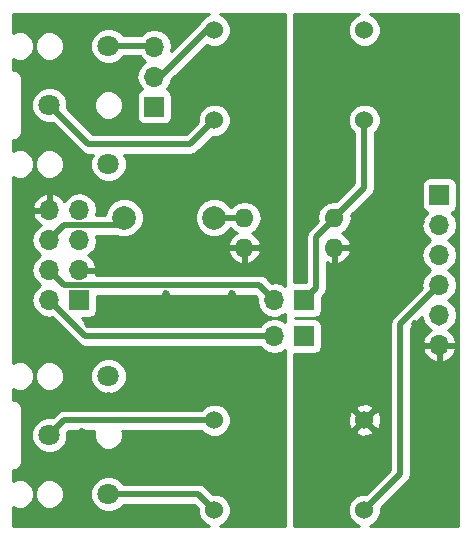
<source format=gtl>
G04 #@! TF.FileFunction,Copper,L1,Top,Signal*
%FSLAX46Y46*%
G04 Gerber Fmt 4.6, Leading zero omitted, Abs format (unit mm)*
G04 Created by KiCad (PCBNEW 4.0.6) date Sunday, July 16, 2017 'PMt' 05:41:14 PM*
%MOMM*%
%LPD*%
G01*
G04 APERTURE LIST*
%ADD10C,0.100000*%
%ADD11C,0.685800*%
%ADD12R,1.700000X1.700000*%
%ADD13O,1.700000X1.700000*%
%ADD14C,1.800000*%
%ADD15O,1.600000X1.600000*%
%ADD16C,1.524000*%
%ADD17C,1.998980*%
%ADD18C,0.508000*%
%ADD19C,0.254000*%
G04 APERTURE END LIST*
D10*
D11*
X132334000Y-121412000D03*
X128524000Y-113284000D03*
X137668000Y-113030000D03*
X131318000Y-136144000D03*
X132334000Y-127508000D03*
X137160000Y-146558000D03*
X128524000Y-145542000D03*
X128524000Y-137922000D03*
X128524000Y-119380000D03*
X129286000Y-110236000D03*
X135636000Y-129286000D03*
X132080000Y-112522000D03*
X130810000Y-115570000D03*
X130810000Y-119380000D03*
X133858000Y-139700000D03*
X136398000Y-139700000D03*
X136398000Y-143764000D03*
X131826000Y-145542000D03*
X133858000Y-143764000D03*
X134620000Y-123952000D03*
X137160000Y-127000000D03*
X130556000Y-148336000D03*
X133858000Y-131318000D03*
X133858000Y-133858000D03*
X136398000Y-131572000D03*
X136398000Y-133858000D03*
X128778000Y-133858000D03*
X125222000Y-131064000D03*
X128524000Y-131064000D03*
X130810000Y-123698000D03*
X130810000Y-105664000D03*
X135890000Y-115570000D03*
X133350000Y-115570000D03*
X135636000Y-108458000D03*
X133350000Y-109728000D03*
X136652000Y-119888000D03*
X134620000Y-121158000D03*
X136906000Y-122936000D03*
X139700000Y-110236000D03*
X139700000Y-116586000D03*
X139700000Y-124460000D03*
X139700000Y-129540000D03*
X139700000Y-135636000D03*
X139700000Y-141986000D03*
X139700000Y-148336000D03*
X133604000Y-148336000D03*
X126492000Y-148336000D03*
X126492000Y-141986000D03*
X126492000Y-134620000D03*
X126492000Y-127508000D03*
X126492000Y-122936000D03*
X126492000Y-116586000D03*
X126492000Y-110236000D03*
X126492000Y-105664000D03*
X133350000Y-105664000D03*
X108204000Y-138684000D03*
X108204000Y-140716000D03*
X108458000Y-145542000D03*
X110490000Y-142494000D03*
X110490000Y-137668000D03*
X106426000Y-143510000D03*
X107442000Y-112776000D03*
X107696000Y-108204000D03*
X114554000Y-119634000D03*
X120650000Y-121158000D03*
X123190000Y-123698000D03*
X112776000Y-112014000D03*
X105156000Y-139192000D03*
X112268000Y-138430000D03*
X116840000Y-138430000D03*
X122682000Y-139446000D03*
X120904000Y-144780000D03*
X115316000Y-129032000D03*
X115316000Y-122682000D03*
X121412000Y-119126000D03*
X121666000Y-110236000D03*
X117094000Y-117602000D03*
X119380000Y-116078000D03*
X139700000Y-105664000D03*
X121666000Y-105664000D03*
X115316000Y-105664000D03*
X108966000Y-105664000D03*
X116078000Y-107696000D03*
X112268000Y-106680000D03*
X112776000Y-109220000D03*
X116078000Y-111252000D03*
X109220000Y-115062000D03*
X116840000Y-115062000D03*
X109728000Y-121920000D03*
X120904000Y-133858000D03*
X114300000Y-131572000D03*
X114300000Y-133858000D03*
X107950000Y-133858000D03*
X105410000Y-131318000D03*
X104140000Y-125730000D03*
X106680000Y-120650000D03*
X108712000Y-117602000D03*
X112268000Y-117602000D03*
X115316000Y-127000000D03*
X109220000Y-125730000D03*
X120650000Y-123952000D03*
X123444000Y-131064000D03*
X120904000Y-131572000D03*
X120904000Y-129032000D03*
X108712000Y-131572000D03*
X109728000Y-129540000D03*
X117856000Y-144780000D03*
X112268000Y-144780000D03*
X117856000Y-141224000D03*
X112268000Y-141224000D03*
X102616000Y-119888000D03*
X102616000Y-144272000D03*
X102616000Y-137668000D03*
X102616000Y-105664000D03*
X102616000Y-109728000D03*
X102616000Y-116586000D03*
X102616000Y-122936000D03*
X102616000Y-129286000D03*
X102616000Y-134112000D03*
X103632000Y-141986000D03*
X124968000Y-105664000D03*
X124968000Y-110236000D03*
X124968000Y-116586000D03*
X124968000Y-122936000D03*
X124968000Y-127508000D03*
X124968000Y-134620000D03*
X124968000Y-141986000D03*
X117856000Y-148336000D03*
X124968000Y-148336000D03*
X120904000Y-148336000D03*
X113792000Y-148336000D03*
X108966000Y-148336000D03*
D12*
X138430000Y-120650000D03*
D13*
X138430000Y-123190000D03*
X138430000Y-125730000D03*
X138430000Y-128270000D03*
X138430000Y-130810000D03*
X138430000Y-133350000D03*
D12*
X114300000Y-113157000D03*
D13*
X114300000Y-110617000D03*
X114300000Y-108077000D03*
D14*
X105410000Y-140970000D03*
X110410000Y-145970000D03*
X110410000Y-135970000D03*
X105410000Y-113030000D03*
X110410000Y-118030000D03*
X110410000Y-108030000D03*
D12*
X107950000Y-129540000D03*
D13*
X105410000Y-129540000D03*
X107950000Y-127000000D03*
X105410000Y-127000000D03*
X107950000Y-124460000D03*
X105410000Y-124460000D03*
X107950000Y-121920000D03*
X105410000Y-121920000D03*
D15*
X121920000Y-122555000D03*
X121920000Y-125095000D03*
X129540000Y-125095000D03*
X129540000Y-122555000D03*
D12*
X127000000Y-129540000D03*
D13*
X124460000Y-129540000D03*
D12*
X127000000Y-132588000D03*
D13*
X124460000Y-132588000D03*
D16*
X119380000Y-139700000D03*
X119380000Y-147320000D03*
X132080000Y-147320000D03*
X132080000Y-139700000D03*
X119380000Y-106680000D03*
X119380000Y-114300000D03*
X132080000Y-114300000D03*
X132080000Y-106680000D03*
D17*
X119380000Y-122555000D03*
X111760000Y-122555000D03*
D11*
X102616000Y-148336000D03*
D18*
X138430000Y-128270000D02*
X135128000Y-131572000D01*
X135128000Y-131572000D02*
X135128000Y-144272000D01*
X135128000Y-144272000D02*
X132080000Y-147320000D01*
X105410000Y-127000000D02*
X106680000Y-128270000D01*
X106680000Y-128270000D02*
X123190000Y-128270000D01*
X123190000Y-128270000D02*
X124460000Y-129540000D01*
X105410000Y-129540000D02*
X108458000Y-132588000D01*
X108458000Y-132588000D02*
X124460000Y-132588000D01*
X110410000Y-108030000D02*
X114253000Y-108030000D01*
X114253000Y-108030000D02*
X114300000Y-108077000D01*
X129540000Y-122682000D02*
X128016000Y-124206000D01*
X128016000Y-124206000D02*
X128016000Y-128524000D01*
X128016000Y-128524000D02*
X127000000Y-129540000D01*
X129540000Y-122555000D02*
X132080000Y-120015000D01*
X132080000Y-120015000D02*
X132080000Y-114300000D01*
X105410000Y-113030000D02*
X108712000Y-116332000D01*
X108712000Y-116332000D02*
X117348000Y-116332000D01*
X117348000Y-116332000D02*
X119380000Y-114300000D01*
X105410000Y-140970000D02*
X106680000Y-139700000D01*
X106680000Y-139700000D02*
X119380000Y-139700000D01*
X119380000Y-147320000D02*
X118030000Y-145970000D01*
X118030000Y-145970000D02*
X110410000Y-145970000D01*
X110410000Y-135970000D02*
X110570000Y-135970000D01*
X114300000Y-110617000D02*
X114808000Y-110617000D01*
X114808000Y-110617000D02*
X118745000Y-106680000D01*
X118745000Y-106680000D02*
X119380000Y-106680000D01*
X105410000Y-124460000D02*
X106666401Y-123203599D01*
X106666401Y-123203599D02*
X111111401Y-123203599D01*
X111111401Y-123203599D02*
X111760000Y-122555000D01*
X119380000Y-122555000D02*
X121920000Y-122555000D01*
X121793000Y-122555000D02*
X121920000Y-122682000D01*
X138430000Y-130810000D02*
X138430000Y-131445000D01*
D19*
G36*
X131289697Y-105494990D02*
X130896371Y-105887630D01*
X130683243Y-106400900D01*
X130682758Y-106956661D01*
X130894990Y-107470303D01*
X131287630Y-107863629D01*
X131800900Y-108076757D01*
X132356661Y-108077242D01*
X132870303Y-107865010D01*
X133263629Y-107472370D01*
X133476757Y-106959100D01*
X133477242Y-106403339D01*
X133265010Y-105889697D01*
X132872370Y-105496371D01*
X132539135Y-105358000D01*
X140006000Y-105358000D01*
X140006000Y-148642000D01*
X132538761Y-148642000D01*
X132870303Y-148505010D01*
X133263629Y-148112370D01*
X133476757Y-147599100D01*
X133477123Y-147180113D01*
X135756618Y-144900618D01*
X135949329Y-144612206D01*
X136017000Y-144272000D01*
X136017000Y-133706890D01*
X136988524Y-133706890D01*
X137158355Y-134116924D01*
X137548642Y-134545183D01*
X138073108Y-134791486D01*
X138303000Y-134670819D01*
X138303000Y-133477000D01*
X138557000Y-133477000D01*
X138557000Y-134670819D01*
X138786892Y-134791486D01*
X139311358Y-134545183D01*
X139701645Y-134116924D01*
X139871476Y-133706890D01*
X139750155Y-133477000D01*
X138557000Y-133477000D01*
X138303000Y-133477000D01*
X137109845Y-133477000D01*
X136988524Y-133706890D01*
X136017000Y-133706890D01*
X136017000Y-131940236D01*
X136954287Y-131002949D01*
X137028946Y-131378285D01*
X137350853Y-131860054D01*
X137691553Y-132087702D01*
X137548642Y-132154817D01*
X137158355Y-132583076D01*
X136988524Y-132993110D01*
X137109845Y-133223000D01*
X138303000Y-133223000D01*
X138303000Y-133203000D01*
X138557000Y-133203000D01*
X138557000Y-133223000D01*
X139750155Y-133223000D01*
X139871476Y-132993110D01*
X139701645Y-132583076D01*
X139311358Y-132154817D01*
X139168447Y-132087702D01*
X139509147Y-131860054D01*
X139831054Y-131378285D01*
X139944093Y-130810000D01*
X139831054Y-130241715D01*
X139509147Y-129759946D01*
X139179974Y-129540000D01*
X139509147Y-129320054D01*
X139831054Y-128838285D01*
X139944093Y-128270000D01*
X139831054Y-127701715D01*
X139509147Y-127219946D01*
X139179974Y-127000000D01*
X139509147Y-126780054D01*
X139831054Y-126298285D01*
X139944093Y-125730000D01*
X139831054Y-125161715D01*
X139509147Y-124679946D01*
X139179974Y-124460000D01*
X139509147Y-124240054D01*
X139831054Y-123758285D01*
X139944093Y-123190000D01*
X139831054Y-122621715D01*
X139509147Y-122139946D01*
X139467548Y-122112150D01*
X139515317Y-122103162D01*
X139731441Y-121964090D01*
X139876431Y-121751890D01*
X139927440Y-121500000D01*
X139927440Y-119800000D01*
X139883162Y-119564683D01*
X139744090Y-119348559D01*
X139531890Y-119203569D01*
X139280000Y-119152560D01*
X137580000Y-119152560D01*
X137344683Y-119196838D01*
X137128559Y-119335910D01*
X136983569Y-119548110D01*
X136932560Y-119800000D01*
X136932560Y-121500000D01*
X136976838Y-121735317D01*
X137115910Y-121951441D01*
X137328110Y-122096431D01*
X137395541Y-122110086D01*
X137350853Y-122139946D01*
X137028946Y-122621715D01*
X136915907Y-123190000D01*
X137028946Y-123758285D01*
X137350853Y-124240054D01*
X137680026Y-124460000D01*
X137350853Y-124679946D01*
X137028946Y-125161715D01*
X136915907Y-125730000D01*
X137028946Y-126298285D01*
X137350853Y-126780054D01*
X137680026Y-127000000D01*
X137350853Y-127219946D01*
X137028946Y-127701715D01*
X136915907Y-128270000D01*
X136958522Y-128484242D01*
X134499382Y-130943382D01*
X134306671Y-131231794D01*
X134239000Y-131572000D01*
X134239000Y-143903764D01*
X132219643Y-145923121D01*
X131803339Y-145922758D01*
X131289697Y-146134990D01*
X130896371Y-146527630D01*
X130683243Y-147040900D01*
X130682758Y-147596661D01*
X130894990Y-148110303D01*
X131287630Y-148503629D01*
X131620865Y-148642000D01*
X126111000Y-148642000D01*
X126111000Y-140680213D01*
X131279392Y-140680213D01*
X131348857Y-140922397D01*
X131872302Y-141109144D01*
X132427368Y-141081362D01*
X132811143Y-140922397D01*
X132880608Y-140680213D01*
X132080000Y-139879605D01*
X131279392Y-140680213D01*
X126111000Y-140680213D01*
X126111000Y-139492302D01*
X130670856Y-139492302D01*
X130698638Y-140047368D01*
X130857603Y-140431143D01*
X131099787Y-140500608D01*
X131900395Y-139700000D01*
X132259605Y-139700000D01*
X133060213Y-140500608D01*
X133302397Y-140431143D01*
X133489144Y-139907698D01*
X133461362Y-139352632D01*
X133302397Y-138968857D01*
X133060213Y-138899392D01*
X132259605Y-139700000D01*
X131900395Y-139700000D01*
X131099787Y-138899392D01*
X130857603Y-138968857D01*
X130670856Y-139492302D01*
X126111000Y-139492302D01*
X126111000Y-138719787D01*
X131279392Y-138719787D01*
X132080000Y-139520395D01*
X132880608Y-138719787D01*
X132811143Y-138477603D01*
X132287698Y-138290856D01*
X131732632Y-138318638D01*
X131348857Y-138477603D01*
X131279392Y-138719787D01*
X126111000Y-138719787D01*
X126111000Y-134077542D01*
X126150000Y-134085440D01*
X127850000Y-134085440D01*
X128085317Y-134041162D01*
X128301441Y-133902090D01*
X128446431Y-133689890D01*
X128497440Y-133438000D01*
X128497440Y-131738000D01*
X128453162Y-131502683D01*
X128314090Y-131286559D01*
X128101890Y-131141569D01*
X127850000Y-131090560D01*
X126199877Y-131090560D01*
X126199923Y-131037440D01*
X127850000Y-131037440D01*
X128085317Y-130993162D01*
X128301441Y-130854090D01*
X128446431Y-130641890D01*
X128497440Y-130390000D01*
X128497440Y-129299796D01*
X128644618Y-129152618D01*
X128784933Y-128942622D01*
X128837329Y-128864206D01*
X128905000Y-128524000D01*
X128905000Y-126351575D01*
X129190959Y-126486914D01*
X129413000Y-126365629D01*
X129413000Y-125222000D01*
X129667000Y-125222000D01*
X129667000Y-126365629D01*
X129889041Y-126486914D01*
X130395134Y-126247389D01*
X130771041Y-125832423D01*
X130931904Y-125444039D01*
X130809915Y-125222000D01*
X129667000Y-125222000D01*
X129413000Y-125222000D01*
X129393000Y-125222000D01*
X129393000Y-124968000D01*
X129413000Y-124968000D01*
X129413000Y-124948000D01*
X129667000Y-124948000D01*
X129667000Y-124968000D01*
X130809915Y-124968000D01*
X130931904Y-124745961D01*
X130771041Y-124357577D01*
X130395134Y-123942611D01*
X130178297Y-123839986D01*
X130582811Y-123569698D01*
X130893880Y-123104151D01*
X131003113Y-122555000D01*
X130968956Y-122383280D01*
X132708618Y-120643618D01*
X132901329Y-120355206D01*
X132969000Y-120015000D01*
X132969000Y-115386485D01*
X133263629Y-115092370D01*
X133476757Y-114579100D01*
X133477242Y-114023339D01*
X133265010Y-113509697D01*
X132872370Y-113116371D01*
X132359100Y-112903243D01*
X131803339Y-112902758D01*
X131289697Y-113114990D01*
X130896371Y-113507630D01*
X130683243Y-114020900D01*
X130682758Y-114576661D01*
X130894990Y-115090303D01*
X131191000Y-115386830D01*
X131191000Y-119646764D01*
X129692935Y-121144829D01*
X129568113Y-121120000D01*
X129511887Y-121120000D01*
X128962736Y-121229233D01*
X128497189Y-121540302D01*
X128186120Y-122005849D01*
X128076887Y-122555000D01*
X128132115Y-122832649D01*
X127387382Y-123577382D01*
X127194671Y-123865794D01*
X127127000Y-124206000D01*
X127127000Y-128042560D01*
X126150000Y-128042560D01*
X126111000Y-128049898D01*
X126111000Y-105358000D01*
X131621239Y-105358000D01*
X131289697Y-105494990D01*
X131289697Y-105494990D01*
G37*
X131289697Y-105494990D02*
X130896371Y-105887630D01*
X130683243Y-106400900D01*
X130682758Y-106956661D01*
X130894990Y-107470303D01*
X131287630Y-107863629D01*
X131800900Y-108076757D01*
X132356661Y-108077242D01*
X132870303Y-107865010D01*
X133263629Y-107472370D01*
X133476757Y-106959100D01*
X133477242Y-106403339D01*
X133265010Y-105889697D01*
X132872370Y-105496371D01*
X132539135Y-105358000D01*
X140006000Y-105358000D01*
X140006000Y-148642000D01*
X132538761Y-148642000D01*
X132870303Y-148505010D01*
X133263629Y-148112370D01*
X133476757Y-147599100D01*
X133477123Y-147180113D01*
X135756618Y-144900618D01*
X135949329Y-144612206D01*
X136017000Y-144272000D01*
X136017000Y-133706890D01*
X136988524Y-133706890D01*
X137158355Y-134116924D01*
X137548642Y-134545183D01*
X138073108Y-134791486D01*
X138303000Y-134670819D01*
X138303000Y-133477000D01*
X138557000Y-133477000D01*
X138557000Y-134670819D01*
X138786892Y-134791486D01*
X139311358Y-134545183D01*
X139701645Y-134116924D01*
X139871476Y-133706890D01*
X139750155Y-133477000D01*
X138557000Y-133477000D01*
X138303000Y-133477000D01*
X137109845Y-133477000D01*
X136988524Y-133706890D01*
X136017000Y-133706890D01*
X136017000Y-131940236D01*
X136954287Y-131002949D01*
X137028946Y-131378285D01*
X137350853Y-131860054D01*
X137691553Y-132087702D01*
X137548642Y-132154817D01*
X137158355Y-132583076D01*
X136988524Y-132993110D01*
X137109845Y-133223000D01*
X138303000Y-133223000D01*
X138303000Y-133203000D01*
X138557000Y-133203000D01*
X138557000Y-133223000D01*
X139750155Y-133223000D01*
X139871476Y-132993110D01*
X139701645Y-132583076D01*
X139311358Y-132154817D01*
X139168447Y-132087702D01*
X139509147Y-131860054D01*
X139831054Y-131378285D01*
X139944093Y-130810000D01*
X139831054Y-130241715D01*
X139509147Y-129759946D01*
X139179974Y-129540000D01*
X139509147Y-129320054D01*
X139831054Y-128838285D01*
X139944093Y-128270000D01*
X139831054Y-127701715D01*
X139509147Y-127219946D01*
X139179974Y-127000000D01*
X139509147Y-126780054D01*
X139831054Y-126298285D01*
X139944093Y-125730000D01*
X139831054Y-125161715D01*
X139509147Y-124679946D01*
X139179974Y-124460000D01*
X139509147Y-124240054D01*
X139831054Y-123758285D01*
X139944093Y-123190000D01*
X139831054Y-122621715D01*
X139509147Y-122139946D01*
X139467548Y-122112150D01*
X139515317Y-122103162D01*
X139731441Y-121964090D01*
X139876431Y-121751890D01*
X139927440Y-121500000D01*
X139927440Y-119800000D01*
X139883162Y-119564683D01*
X139744090Y-119348559D01*
X139531890Y-119203569D01*
X139280000Y-119152560D01*
X137580000Y-119152560D01*
X137344683Y-119196838D01*
X137128559Y-119335910D01*
X136983569Y-119548110D01*
X136932560Y-119800000D01*
X136932560Y-121500000D01*
X136976838Y-121735317D01*
X137115910Y-121951441D01*
X137328110Y-122096431D01*
X137395541Y-122110086D01*
X137350853Y-122139946D01*
X137028946Y-122621715D01*
X136915907Y-123190000D01*
X137028946Y-123758285D01*
X137350853Y-124240054D01*
X137680026Y-124460000D01*
X137350853Y-124679946D01*
X137028946Y-125161715D01*
X136915907Y-125730000D01*
X137028946Y-126298285D01*
X137350853Y-126780054D01*
X137680026Y-127000000D01*
X137350853Y-127219946D01*
X137028946Y-127701715D01*
X136915907Y-128270000D01*
X136958522Y-128484242D01*
X134499382Y-130943382D01*
X134306671Y-131231794D01*
X134239000Y-131572000D01*
X134239000Y-143903764D01*
X132219643Y-145923121D01*
X131803339Y-145922758D01*
X131289697Y-146134990D01*
X130896371Y-146527630D01*
X130683243Y-147040900D01*
X130682758Y-147596661D01*
X130894990Y-148110303D01*
X131287630Y-148503629D01*
X131620865Y-148642000D01*
X126111000Y-148642000D01*
X126111000Y-140680213D01*
X131279392Y-140680213D01*
X131348857Y-140922397D01*
X131872302Y-141109144D01*
X132427368Y-141081362D01*
X132811143Y-140922397D01*
X132880608Y-140680213D01*
X132080000Y-139879605D01*
X131279392Y-140680213D01*
X126111000Y-140680213D01*
X126111000Y-139492302D01*
X130670856Y-139492302D01*
X130698638Y-140047368D01*
X130857603Y-140431143D01*
X131099787Y-140500608D01*
X131900395Y-139700000D01*
X132259605Y-139700000D01*
X133060213Y-140500608D01*
X133302397Y-140431143D01*
X133489144Y-139907698D01*
X133461362Y-139352632D01*
X133302397Y-138968857D01*
X133060213Y-138899392D01*
X132259605Y-139700000D01*
X131900395Y-139700000D01*
X131099787Y-138899392D01*
X130857603Y-138968857D01*
X130670856Y-139492302D01*
X126111000Y-139492302D01*
X126111000Y-138719787D01*
X131279392Y-138719787D01*
X132080000Y-139520395D01*
X132880608Y-138719787D01*
X132811143Y-138477603D01*
X132287698Y-138290856D01*
X131732632Y-138318638D01*
X131348857Y-138477603D01*
X131279392Y-138719787D01*
X126111000Y-138719787D01*
X126111000Y-134077542D01*
X126150000Y-134085440D01*
X127850000Y-134085440D01*
X128085317Y-134041162D01*
X128301441Y-133902090D01*
X128446431Y-133689890D01*
X128497440Y-133438000D01*
X128497440Y-131738000D01*
X128453162Y-131502683D01*
X128314090Y-131286559D01*
X128101890Y-131141569D01*
X127850000Y-131090560D01*
X126199877Y-131090560D01*
X126199923Y-131037440D01*
X127850000Y-131037440D01*
X128085317Y-130993162D01*
X128301441Y-130854090D01*
X128446431Y-130641890D01*
X128497440Y-130390000D01*
X128497440Y-129299796D01*
X128644618Y-129152618D01*
X128784933Y-128942622D01*
X128837329Y-128864206D01*
X128905000Y-128524000D01*
X128905000Y-126351575D01*
X129190959Y-126486914D01*
X129413000Y-126365629D01*
X129413000Y-125222000D01*
X129667000Y-125222000D01*
X129667000Y-126365629D01*
X129889041Y-126486914D01*
X130395134Y-126247389D01*
X130771041Y-125832423D01*
X130931904Y-125444039D01*
X130809915Y-125222000D01*
X129667000Y-125222000D01*
X129413000Y-125222000D01*
X129393000Y-125222000D01*
X129393000Y-124968000D01*
X129413000Y-124968000D01*
X129413000Y-124948000D01*
X129667000Y-124948000D01*
X129667000Y-124968000D01*
X130809915Y-124968000D01*
X130931904Y-124745961D01*
X130771041Y-124357577D01*
X130395134Y-123942611D01*
X130178297Y-123839986D01*
X130582811Y-123569698D01*
X130893880Y-123104151D01*
X131003113Y-122555000D01*
X130968956Y-122383280D01*
X132708618Y-120643618D01*
X132901329Y-120355206D01*
X132969000Y-120015000D01*
X132969000Y-115386485D01*
X133263629Y-115092370D01*
X133476757Y-114579100D01*
X133477242Y-114023339D01*
X133265010Y-113509697D01*
X132872370Y-113116371D01*
X132359100Y-112903243D01*
X131803339Y-112902758D01*
X131289697Y-113114990D01*
X130896371Y-113507630D01*
X130683243Y-114020900D01*
X130682758Y-114576661D01*
X130894990Y-115090303D01*
X131191000Y-115386830D01*
X131191000Y-119646764D01*
X129692935Y-121144829D01*
X129568113Y-121120000D01*
X129511887Y-121120000D01*
X128962736Y-121229233D01*
X128497189Y-121540302D01*
X128186120Y-122005849D01*
X128076887Y-122555000D01*
X128132115Y-122832649D01*
X127387382Y-123577382D01*
X127194671Y-123865794D01*
X127127000Y-124206000D01*
X127127000Y-128042560D01*
X126150000Y-128042560D01*
X126111000Y-128049898D01*
X126111000Y-105358000D01*
X131621239Y-105358000D01*
X131289697Y-105494990D01*
G36*
X118589697Y-105494990D02*
X118196371Y-105887630D01*
X118132981Y-106040291D01*
X118116382Y-106051382D01*
X115745395Y-108422369D01*
X115814093Y-108077000D01*
X115701054Y-107508715D01*
X115379147Y-107026946D01*
X114897378Y-106705039D01*
X114329093Y-106592000D01*
X114270907Y-106592000D01*
X113702622Y-106705039D01*
X113220853Y-107026946D01*
X113144645Y-107141000D01*
X111691475Y-107141000D01*
X111280643Y-106729449D01*
X110716670Y-106495267D01*
X110106009Y-106494735D01*
X109541629Y-106727932D01*
X109109449Y-107159357D01*
X108875267Y-107723330D01*
X108874735Y-108333991D01*
X109107932Y-108898371D01*
X109539357Y-109330551D01*
X110103330Y-109564733D01*
X110713991Y-109565265D01*
X111278371Y-109332068D01*
X111692162Y-108919000D01*
X113081836Y-108919000D01*
X113220853Y-109127054D01*
X113550026Y-109347000D01*
X113220853Y-109566946D01*
X112898946Y-110048715D01*
X112785907Y-110617000D01*
X112898946Y-111185285D01*
X113220853Y-111667054D01*
X113262452Y-111694850D01*
X113214683Y-111703838D01*
X112998559Y-111842910D01*
X112853569Y-112055110D01*
X112802560Y-112307000D01*
X112802560Y-114007000D01*
X112846838Y-114242317D01*
X112985910Y-114458441D01*
X113198110Y-114603431D01*
X113450000Y-114654440D01*
X115150000Y-114654440D01*
X115385317Y-114610162D01*
X115601441Y-114471090D01*
X115746431Y-114258890D01*
X115797440Y-114007000D01*
X115797440Y-112307000D01*
X115753162Y-112071683D01*
X115614090Y-111855559D01*
X115401890Y-111710569D01*
X115334459Y-111696914D01*
X115379147Y-111667054D01*
X115701054Y-111185285D01*
X115751733Y-110930503D01*
X118750837Y-107931399D01*
X119100900Y-108076757D01*
X119656661Y-108077242D01*
X120170303Y-107865010D01*
X120563629Y-107472370D01*
X120776757Y-106959100D01*
X120777242Y-106403339D01*
X120565010Y-105889697D01*
X120172370Y-105496371D01*
X119839135Y-105358000D01*
X125349000Y-105358000D01*
X125349000Y-128353240D01*
X125028285Y-128138946D01*
X124460000Y-128025907D01*
X124245758Y-128068522D01*
X123818618Y-127641382D01*
X123799515Y-127628618D01*
X123530206Y-127448671D01*
X123190000Y-127381000D01*
X109381490Y-127381000D01*
X109391476Y-127356890D01*
X109270155Y-127127000D01*
X108077000Y-127127000D01*
X108077000Y-127147000D01*
X107823000Y-127147000D01*
X107823000Y-127127000D01*
X107803000Y-127127000D01*
X107803000Y-126873000D01*
X107823000Y-126873000D01*
X107823000Y-126853000D01*
X108077000Y-126853000D01*
X108077000Y-126873000D01*
X109270155Y-126873000D01*
X109391476Y-126643110D01*
X109221645Y-126233076D01*
X108831358Y-125804817D01*
X108688447Y-125737702D01*
X109029147Y-125510054D01*
X109073256Y-125444039D01*
X120528096Y-125444039D01*
X120688959Y-125832423D01*
X121064866Y-126247389D01*
X121570959Y-126486914D01*
X121793000Y-126365629D01*
X121793000Y-125222000D01*
X122047000Y-125222000D01*
X122047000Y-126365629D01*
X122269041Y-126486914D01*
X122775134Y-126247389D01*
X123151041Y-125832423D01*
X123311904Y-125444039D01*
X123189915Y-125222000D01*
X122047000Y-125222000D01*
X121793000Y-125222000D01*
X120650085Y-125222000D01*
X120528096Y-125444039D01*
X109073256Y-125444039D01*
X109351054Y-125028285D01*
X109464093Y-124460000D01*
X109391012Y-124092599D01*
X111111401Y-124092599D01*
X111171843Y-124080576D01*
X111433453Y-124189206D01*
X112083694Y-124189774D01*
X112684655Y-123941462D01*
X113144846Y-123482073D01*
X113394206Y-122881547D01*
X113394208Y-122878694D01*
X117745226Y-122878694D01*
X117993538Y-123479655D01*
X118452927Y-123939846D01*
X119053453Y-124189206D01*
X119703694Y-124189774D01*
X120304655Y-123941462D01*
X120764846Y-123482073D01*
X120780655Y-123444000D01*
X120793200Y-123444000D01*
X120877189Y-123569698D01*
X121281703Y-123839986D01*
X121064866Y-123942611D01*
X120688959Y-124357577D01*
X120528096Y-124745961D01*
X120650085Y-124968000D01*
X121793000Y-124968000D01*
X121793000Y-124948000D01*
X122047000Y-124948000D01*
X122047000Y-124968000D01*
X123189915Y-124968000D01*
X123311904Y-124745961D01*
X123151041Y-124357577D01*
X122775134Y-123942611D01*
X122558297Y-123839986D01*
X122962811Y-123569698D01*
X123273880Y-123104151D01*
X123383113Y-122555000D01*
X123273880Y-122005849D01*
X122962811Y-121540302D01*
X122497264Y-121229233D01*
X121948113Y-121120000D01*
X121891887Y-121120000D01*
X121342736Y-121229233D01*
X120877189Y-121540302D01*
X120793200Y-121666000D01*
X120781194Y-121666000D01*
X120766462Y-121630345D01*
X120307073Y-121170154D01*
X119706547Y-120920794D01*
X119056306Y-120920226D01*
X118455345Y-121168538D01*
X117995154Y-121627927D01*
X117745794Y-122228453D01*
X117745226Y-122878694D01*
X113394208Y-122878694D01*
X113394774Y-122231306D01*
X113146462Y-121630345D01*
X112687073Y-121170154D01*
X112086547Y-120920794D01*
X111436306Y-120920226D01*
X110835345Y-121168538D01*
X110375154Y-121627927D01*
X110125794Y-122228453D01*
X110125719Y-122314599D01*
X109385602Y-122314599D01*
X109464093Y-121920000D01*
X109351054Y-121351715D01*
X109029147Y-120869946D01*
X108547378Y-120548039D01*
X107979093Y-120435000D01*
X107920907Y-120435000D01*
X107352622Y-120548039D01*
X106870853Y-120869946D01*
X106681655Y-121153101D01*
X106681645Y-121153076D01*
X106291358Y-120724817D01*
X105766892Y-120478514D01*
X105537000Y-120599181D01*
X105537000Y-121793000D01*
X105557000Y-121793000D01*
X105557000Y-122047000D01*
X105537000Y-122047000D01*
X105537000Y-122067000D01*
X105283000Y-122067000D01*
X105283000Y-122047000D01*
X104089845Y-122047000D01*
X103968524Y-122276890D01*
X104138355Y-122686924D01*
X104528642Y-123115183D01*
X104671553Y-123182298D01*
X104330853Y-123409946D01*
X104008946Y-123891715D01*
X103895907Y-124460000D01*
X104008946Y-125028285D01*
X104330853Y-125510054D01*
X104660026Y-125730000D01*
X104330853Y-125949946D01*
X104008946Y-126431715D01*
X103895907Y-127000000D01*
X104008946Y-127568285D01*
X104330853Y-128050054D01*
X104660026Y-128270000D01*
X104330853Y-128489946D01*
X104008946Y-128971715D01*
X103895907Y-129540000D01*
X104008946Y-130108285D01*
X104330853Y-130590054D01*
X104812622Y-130911961D01*
X105380907Y-131025000D01*
X105439093Y-131025000D01*
X105604802Y-130992038D01*
X107829382Y-133216618D01*
X108117794Y-133409329D01*
X108458000Y-133477000D01*
X123282894Y-133477000D01*
X123409946Y-133667147D01*
X123891715Y-133989054D01*
X124460000Y-134102093D01*
X125028285Y-133989054D01*
X125349000Y-133774760D01*
X125349000Y-148642000D01*
X119838761Y-148642000D01*
X120170303Y-148505010D01*
X120563629Y-148112370D01*
X120776757Y-147599100D01*
X120777242Y-147043339D01*
X120565010Y-146529697D01*
X120172370Y-146136371D01*
X119659100Y-145923243D01*
X119240113Y-145922877D01*
X118658618Y-145341382D01*
X118553797Y-145271343D01*
X118370206Y-145148671D01*
X118030000Y-145081000D01*
X111691475Y-145081000D01*
X111280643Y-144669449D01*
X110716670Y-144435267D01*
X110106009Y-144434735D01*
X109541629Y-144667932D01*
X109109449Y-145099357D01*
X108875267Y-145663330D01*
X108874735Y-146273991D01*
X109107932Y-146838371D01*
X109539357Y-147270551D01*
X110103330Y-147504733D01*
X110713991Y-147505265D01*
X111278371Y-147272068D01*
X111692162Y-146859000D01*
X117661764Y-146859000D01*
X117983121Y-147180357D01*
X117982758Y-147596661D01*
X118194990Y-148110303D01*
X118587630Y-148503629D01*
X118920865Y-148642000D01*
X102310000Y-148642000D01*
X102310000Y-147058096D01*
X102663266Y-147204785D01*
X103154579Y-147205214D01*
X103608657Y-147017592D01*
X103956371Y-146670485D01*
X104144785Y-146216734D01*
X104144786Y-146214579D01*
X104174786Y-146214579D01*
X104362408Y-146668657D01*
X104709515Y-147016371D01*
X105163266Y-147204785D01*
X105654579Y-147205214D01*
X106108657Y-147017592D01*
X106456371Y-146670485D01*
X106644785Y-146216734D01*
X106645214Y-145725421D01*
X106457592Y-145271343D01*
X106110485Y-144923629D01*
X105656734Y-144735215D01*
X105165421Y-144734786D01*
X104711343Y-144922408D01*
X104363629Y-145269515D01*
X104175215Y-145723266D01*
X104174786Y-146214579D01*
X104144786Y-146214579D01*
X104145214Y-145725421D01*
X103957592Y-145271343D01*
X103610485Y-144923629D01*
X103156734Y-144735215D01*
X102665421Y-144734786D01*
X102310000Y-144881644D01*
X102310000Y-143966000D01*
X102362000Y-143966000D01*
X102633705Y-143911954D01*
X102864046Y-143758046D01*
X103017954Y-143527705D01*
X103072000Y-143256000D01*
X103072000Y-141273991D01*
X103874735Y-141273991D01*
X104107932Y-141838371D01*
X104539357Y-142270551D01*
X105103330Y-142504733D01*
X105713991Y-142505265D01*
X106278371Y-142272068D01*
X106710551Y-141840643D01*
X106944733Y-141276670D01*
X106945242Y-140691994D01*
X107048236Y-140589000D01*
X109230967Y-140589000D01*
X109175215Y-140723266D01*
X109174786Y-141214579D01*
X109362408Y-141668657D01*
X109709515Y-142016371D01*
X110163266Y-142204785D01*
X110654579Y-142205214D01*
X111108657Y-142017592D01*
X111456371Y-141670485D01*
X111644785Y-141216734D01*
X111645214Y-140725421D01*
X111588846Y-140589000D01*
X118293515Y-140589000D01*
X118587630Y-140883629D01*
X119100900Y-141096757D01*
X119656661Y-141097242D01*
X120170303Y-140885010D01*
X120563629Y-140492370D01*
X120776757Y-139979100D01*
X120777242Y-139423339D01*
X120565010Y-138909697D01*
X120172370Y-138516371D01*
X119659100Y-138303243D01*
X119103339Y-138302758D01*
X118589697Y-138514990D01*
X118293170Y-138811000D01*
X106680000Y-138811000D01*
X106339794Y-138878671D01*
X106224505Y-138955705D01*
X106051382Y-139071382D01*
X105687522Y-139435242D01*
X105106009Y-139434735D01*
X104541629Y-139667932D01*
X104109449Y-140099357D01*
X103875267Y-140663330D01*
X103874735Y-141273991D01*
X103072000Y-141273991D01*
X103072000Y-138684000D01*
X103017954Y-138412295D01*
X102864046Y-138181954D01*
X102633705Y-138028046D01*
X102362000Y-137974000D01*
X102310000Y-137974000D01*
X102310000Y-137058096D01*
X102663266Y-137204785D01*
X103154579Y-137205214D01*
X103608657Y-137017592D01*
X103956371Y-136670485D01*
X104144785Y-136216734D01*
X104144786Y-136214579D01*
X104174786Y-136214579D01*
X104362408Y-136668657D01*
X104709515Y-137016371D01*
X105163266Y-137204785D01*
X105654579Y-137205214D01*
X106108657Y-137017592D01*
X106456371Y-136670485D01*
X106621009Y-136273991D01*
X108874735Y-136273991D01*
X109107932Y-136838371D01*
X109539357Y-137270551D01*
X110103330Y-137504733D01*
X110713991Y-137505265D01*
X111278371Y-137272068D01*
X111710551Y-136840643D01*
X111944733Y-136276670D01*
X111945265Y-135666009D01*
X111712068Y-135101629D01*
X111280643Y-134669449D01*
X110716670Y-134435267D01*
X110106009Y-134434735D01*
X109541629Y-134667932D01*
X109109449Y-135099357D01*
X108875267Y-135663330D01*
X108874735Y-136273991D01*
X106621009Y-136273991D01*
X106644785Y-136216734D01*
X106645214Y-135725421D01*
X106457592Y-135271343D01*
X106110485Y-134923629D01*
X105656734Y-134735215D01*
X105165421Y-134734786D01*
X104711343Y-134922408D01*
X104363629Y-135269515D01*
X104175215Y-135723266D01*
X104174786Y-136214579D01*
X104144786Y-136214579D01*
X104145214Y-135725421D01*
X103957592Y-135271343D01*
X103610485Y-134923629D01*
X103156734Y-134735215D01*
X102665421Y-134734786D01*
X102310000Y-134881644D01*
X102310000Y-121563110D01*
X103968524Y-121563110D01*
X104089845Y-121793000D01*
X105283000Y-121793000D01*
X105283000Y-120599181D01*
X105053108Y-120478514D01*
X104528642Y-120724817D01*
X104138355Y-121153076D01*
X103968524Y-121563110D01*
X102310000Y-121563110D01*
X102310000Y-119118096D01*
X102663266Y-119264785D01*
X103154579Y-119265214D01*
X103608657Y-119077592D01*
X103956371Y-118730485D01*
X104144785Y-118276734D01*
X104144786Y-118274579D01*
X104174786Y-118274579D01*
X104362408Y-118728657D01*
X104709515Y-119076371D01*
X105163266Y-119264785D01*
X105654579Y-119265214D01*
X106108657Y-119077592D01*
X106456371Y-118730485D01*
X106644785Y-118276734D01*
X106645214Y-117785421D01*
X106457592Y-117331343D01*
X106110485Y-116983629D01*
X105656734Y-116795215D01*
X105165421Y-116794786D01*
X104711343Y-116982408D01*
X104363629Y-117329515D01*
X104175215Y-117783266D01*
X104174786Y-118274579D01*
X104144786Y-118274579D01*
X104145214Y-117785421D01*
X103957592Y-117331343D01*
X103610485Y-116983629D01*
X103156734Y-116795215D01*
X102665421Y-116794786D01*
X102310000Y-116941644D01*
X102310000Y-116026000D01*
X102362000Y-116026000D01*
X102633705Y-115971954D01*
X102864046Y-115818046D01*
X103017954Y-115587705D01*
X103072000Y-115316000D01*
X103072000Y-113333991D01*
X103874735Y-113333991D01*
X104107932Y-113898371D01*
X104539357Y-114330551D01*
X105103330Y-114564733D01*
X105688006Y-114565242D01*
X108083382Y-116960618D01*
X108371794Y-117153329D01*
X108712000Y-117221000D01*
X109083853Y-117221000D01*
X108875267Y-117723330D01*
X108874735Y-118333991D01*
X109107932Y-118898371D01*
X109539357Y-119330551D01*
X110103330Y-119564733D01*
X110713991Y-119565265D01*
X111278371Y-119332068D01*
X111710551Y-118900643D01*
X111944733Y-118336670D01*
X111945265Y-117726009D01*
X111736600Y-117221000D01*
X117348000Y-117221000D01*
X117688206Y-117153329D01*
X117976618Y-116960618D01*
X119240357Y-115696879D01*
X119656661Y-115697242D01*
X120170303Y-115485010D01*
X120563629Y-115092370D01*
X120776757Y-114579100D01*
X120777242Y-114023339D01*
X120565010Y-113509697D01*
X120172370Y-113116371D01*
X119659100Y-112903243D01*
X119103339Y-112902758D01*
X118589697Y-113114990D01*
X118196371Y-113507630D01*
X117983243Y-114020900D01*
X117982877Y-114439887D01*
X116979764Y-115443000D01*
X109080236Y-115443000D01*
X106944758Y-113307522D01*
X106944786Y-113274579D01*
X109174786Y-113274579D01*
X109362408Y-113728657D01*
X109709515Y-114076371D01*
X110163266Y-114264785D01*
X110654579Y-114265214D01*
X111108657Y-114077592D01*
X111456371Y-113730485D01*
X111644785Y-113276734D01*
X111645214Y-112785421D01*
X111457592Y-112331343D01*
X111110485Y-111983629D01*
X110656734Y-111795215D01*
X110165421Y-111794786D01*
X109711343Y-111982408D01*
X109363629Y-112329515D01*
X109175215Y-112783266D01*
X109174786Y-113274579D01*
X106944786Y-113274579D01*
X106945265Y-112726009D01*
X106712068Y-112161629D01*
X106280643Y-111729449D01*
X105716670Y-111495267D01*
X105106009Y-111494735D01*
X104541629Y-111727932D01*
X104109449Y-112159357D01*
X103875267Y-112723330D01*
X103874735Y-113333991D01*
X103072000Y-113333991D01*
X103072000Y-110744000D01*
X103017954Y-110472295D01*
X102864046Y-110241954D01*
X102633705Y-110088046D01*
X102362000Y-110034000D01*
X102310000Y-110034000D01*
X102310000Y-109118096D01*
X102663266Y-109264785D01*
X103154579Y-109265214D01*
X103608657Y-109077592D01*
X103956371Y-108730485D01*
X104144785Y-108276734D01*
X104144786Y-108274579D01*
X104174786Y-108274579D01*
X104362408Y-108728657D01*
X104709515Y-109076371D01*
X105163266Y-109264785D01*
X105654579Y-109265214D01*
X106108657Y-109077592D01*
X106456371Y-108730485D01*
X106644785Y-108276734D01*
X106645214Y-107785421D01*
X106457592Y-107331343D01*
X106110485Y-106983629D01*
X105656734Y-106795215D01*
X105165421Y-106794786D01*
X104711343Y-106982408D01*
X104363629Y-107329515D01*
X104175215Y-107783266D01*
X104174786Y-108274579D01*
X104144786Y-108274579D01*
X104145214Y-107785421D01*
X103957592Y-107331343D01*
X103610485Y-106983629D01*
X103156734Y-106795215D01*
X102665421Y-106794786D01*
X102310000Y-106941644D01*
X102310000Y-105358000D01*
X118921239Y-105358000D01*
X118589697Y-105494990D01*
X118589697Y-105494990D01*
G37*
X118589697Y-105494990D02*
X118196371Y-105887630D01*
X118132981Y-106040291D01*
X118116382Y-106051382D01*
X115745395Y-108422369D01*
X115814093Y-108077000D01*
X115701054Y-107508715D01*
X115379147Y-107026946D01*
X114897378Y-106705039D01*
X114329093Y-106592000D01*
X114270907Y-106592000D01*
X113702622Y-106705039D01*
X113220853Y-107026946D01*
X113144645Y-107141000D01*
X111691475Y-107141000D01*
X111280643Y-106729449D01*
X110716670Y-106495267D01*
X110106009Y-106494735D01*
X109541629Y-106727932D01*
X109109449Y-107159357D01*
X108875267Y-107723330D01*
X108874735Y-108333991D01*
X109107932Y-108898371D01*
X109539357Y-109330551D01*
X110103330Y-109564733D01*
X110713991Y-109565265D01*
X111278371Y-109332068D01*
X111692162Y-108919000D01*
X113081836Y-108919000D01*
X113220853Y-109127054D01*
X113550026Y-109347000D01*
X113220853Y-109566946D01*
X112898946Y-110048715D01*
X112785907Y-110617000D01*
X112898946Y-111185285D01*
X113220853Y-111667054D01*
X113262452Y-111694850D01*
X113214683Y-111703838D01*
X112998559Y-111842910D01*
X112853569Y-112055110D01*
X112802560Y-112307000D01*
X112802560Y-114007000D01*
X112846838Y-114242317D01*
X112985910Y-114458441D01*
X113198110Y-114603431D01*
X113450000Y-114654440D01*
X115150000Y-114654440D01*
X115385317Y-114610162D01*
X115601441Y-114471090D01*
X115746431Y-114258890D01*
X115797440Y-114007000D01*
X115797440Y-112307000D01*
X115753162Y-112071683D01*
X115614090Y-111855559D01*
X115401890Y-111710569D01*
X115334459Y-111696914D01*
X115379147Y-111667054D01*
X115701054Y-111185285D01*
X115751733Y-110930503D01*
X118750837Y-107931399D01*
X119100900Y-108076757D01*
X119656661Y-108077242D01*
X120170303Y-107865010D01*
X120563629Y-107472370D01*
X120776757Y-106959100D01*
X120777242Y-106403339D01*
X120565010Y-105889697D01*
X120172370Y-105496371D01*
X119839135Y-105358000D01*
X125349000Y-105358000D01*
X125349000Y-128353240D01*
X125028285Y-128138946D01*
X124460000Y-128025907D01*
X124245758Y-128068522D01*
X123818618Y-127641382D01*
X123799515Y-127628618D01*
X123530206Y-127448671D01*
X123190000Y-127381000D01*
X109381490Y-127381000D01*
X109391476Y-127356890D01*
X109270155Y-127127000D01*
X108077000Y-127127000D01*
X108077000Y-127147000D01*
X107823000Y-127147000D01*
X107823000Y-127127000D01*
X107803000Y-127127000D01*
X107803000Y-126873000D01*
X107823000Y-126873000D01*
X107823000Y-126853000D01*
X108077000Y-126853000D01*
X108077000Y-126873000D01*
X109270155Y-126873000D01*
X109391476Y-126643110D01*
X109221645Y-126233076D01*
X108831358Y-125804817D01*
X108688447Y-125737702D01*
X109029147Y-125510054D01*
X109073256Y-125444039D01*
X120528096Y-125444039D01*
X120688959Y-125832423D01*
X121064866Y-126247389D01*
X121570959Y-126486914D01*
X121793000Y-126365629D01*
X121793000Y-125222000D01*
X122047000Y-125222000D01*
X122047000Y-126365629D01*
X122269041Y-126486914D01*
X122775134Y-126247389D01*
X123151041Y-125832423D01*
X123311904Y-125444039D01*
X123189915Y-125222000D01*
X122047000Y-125222000D01*
X121793000Y-125222000D01*
X120650085Y-125222000D01*
X120528096Y-125444039D01*
X109073256Y-125444039D01*
X109351054Y-125028285D01*
X109464093Y-124460000D01*
X109391012Y-124092599D01*
X111111401Y-124092599D01*
X111171843Y-124080576D01*
X111433453Y-124189206D01*
X112083694Y-124189774D01*
X112684655Y-123941462D01*
X113144846Y-123482073D01*
X113394206Y-122881547D01*
X113394208Y-122878694D01*
X117745226Y-122878694D01*
X117993538Y-123479655D01*
X118452927Y-123939846D01*
X119053453Y-124189206D01*
X119703694Y-124189774D01*
X120304655Y-123941462D01*
X120764846Y-123482073D01*
X120780655Y-123444000D01*
X120793200Y-123444000D01*
X120877189Y-123569698D01*
X121281703Y-123839986D01*
X121064866Y-123942611D01*
X120688959Y-124357577D01*
X120528096Y-124745961D01*
X120650085Y-124968000D01*
X121793000Y-124968000D01*
X121793000Y-124948000D01*
X122047000Y-124948000D01*
X122047000Y-124968000D01*
X123189915Y-124968000D01*
X123311904Y-124745961D01*
X123151041Y-124357577D01*
X122775134Y-123942611D01*
X122558297Y-123839986D01*
X122962811Y-123569698D01*
X123273880Y-123104151D01*
X123383113Y-122555000D01*
X123273880Y-122005849D01*
X122962811Y-121540302D01*
X122497264Y-121229233D01*
X121948113Y-121120000D01*
X121891887Y-121120000D01*
X121342736Y-121229233D01*
X120877189Y-121540302D01*
X120793200Y-121666000D01*
X120781194Y-121666000D01*
X120766462Y-121630345D01*
X120307073Y-121170154D01*
X119706547Y-120920794D01*
X119056306Y-120920226D01*
X118455345Y-121168538D01*
X117995154Y-121627927D01*
X117745794Y-122228453D01*
X117745226Y-122878694D01*
X113394208Y-122878694D01*
X113394774Y-122231306D01*
X113146462Y-121630345D01*
X112687073Y-121170154D01*
X112086547Y-120920794D01*
X111436306Y-120920226D01*
X110835345Y-121168538D01*
X110375154Y-121627927D01*
X110125794Y-122228453D01*
X110125719Y-122314599D01*
X109385602Y-122314599D01*
X109464093Y-121920000D01*
X109351054Y-121351715D01*
X109029147Y-120869946D01*
X108547378Y-120548039D01*
X107979093Y-120435000D01*
X107920907Y-120435000D01*
X107352622Y-120548039D01*
X106870853Y-120869946D01*
X106681655Y-121153101D01*
X106681645Y-121153076D01*
X106291358Y-120724817D01*
X105766892Y-120478514D01*
X105537000Y-120599181D01*
X105537000Y-121793000D01*
X105557000Y-121793000D01*
X105557000Y-122047000D01*
X105537000Y-122047000D01*
X105537000Y-122067000D01*
X105283000Y-122067000D01*
X105283000Y-122047000D01*
X104089845Y-122047000D01*
X103968524Y-122276890D01*
X104138355Y-122686924D01*
X104528642Y-123115183D01*
X104671553Y-123182298D01*
X104330853Y-123409946D01*
X104008946Y-123891715D01*
X103895907Y-124460000D01*
X104008946Y-125028285D01*
X104330853Y-125510054D01*
X104660026Y-125730000D01*
X104330853Y-125949946D01*
X104008946Y-126431715D01*
X103895907Y-127000000D01*
X104008946Y-127568285D01*
X104330853Y-128050054D01*
X104660026Y-128270000D01*
X104330853Y-128489946D01*
X104008946Y-128971715D01*
X103895907Y-129540000D01*
X104008946Y-130108285D01*
X104330853Y-130590054D01*
X104812622Y-130911961D01*
X105380907Y-131025000D01*
X105439093Y-131025000D01*
X105604802Y-130992038D01*
X107829382Y-133216618D01*
X108117794Y-133409329D01*
X108458000Y-133477000D01*
X123282894Y-133477000D01*
X123409946Y-133667147D01*
X123891715Y-133989054D01*
X124460000Y-134102093D01*
X125028285Y-133989054D01*
X125349000Y-133774760D01*
X125349000Y-148642000D01*
X119838761Y-148642000D01*
X120170303Y-148505010D01*
X120563629Y-148112370D01*
X120776757Y-147599100D01*
X120777242Y-147043339D01*
X120565010Y-146529697D01*
X120172370Y-146136371D01*
X119659100Y-145923243D01*
X119240113Y-145922877D01*
X118658618Y-145341382D01*
X118553797Y-145271343D01*
X118370206Y-145148671D01*
X118030000Y-145081000D01*
X111691475Y-145081000D01*
X111280643Y-144669449D01*
X110716670Y-144435267D01*
X110106009Y-144434735D01*
X109541629Y-144667932D01*
X109109449Y-145099357D01*
X108875267Y-145663330D01*
X108874735Y-146273991D01*
X109107932Y-146838371D01*
X109539357Y-147270551D01*
X110103330Y-147504733D01*
X110713991Y-147505265D01*
X111278371Y-147272068D01*
X111692162Y-146859000D01*
X117661764Y-146859000D01*
X117983121Y-147180357D01*
X117982758Y-147596661D01*
X118194990Y-148110303D01*
X118587630Y-148503629D01*
X118920865Y-148642000D01*
X102310000Y-148642000D01*
X102310000Y-147058096D01*
X102663266Y-147204785D01*
X103154579Y-147205214D01*
X103608657Y-147017592D01*
X103956371Y-146670485D01*
X104144785Y-146216734D01*
X104144786Y-146214579D01*
X104174786Y-146214579D01*
X104362408Y-146668657D01*
X104709515Y-147016371D01*
X105163266Y-147204785D01*
X105654579Y-147205214D01*
X106108657Y-147017592D01*
X106456371Y-146670485D01*
X106644785Y-146216734D01*
X106645214Y-145725421D01*
X106457592Y-145271343D01*
X106110485Y-144923629D01*
X105656734Y-144735215D01*
X105165421Y-144734786D01*
X104711343Y-144922408D01*
X104363629Y-145269515D01*
X104175215Y-145723266D01*
X104174786Y-146214579D01*
X104144786Y-146214579D01*
X104145214Y-145725421D01*
X103957592Y-145271343D01*
X103610485Y-144923629D01*
X103156734Y-144735215D01*
X102665421Y-144734786D01*
X102310000Y-144881644D01*
X102310000Y-143966000D01*
X102362000Y-143966000D01*
X102633705Y-143911954D01*
X102864046Y-143758046D01*
X103017954Y-143527705D01*
X103072000Y-143256000D01*
X103072000Y-141273991D01*
X103874735Y-141273991D01*
X104107932Y-141838371D01*
X104539357Y-142270551D01*
X105103330Y-142504733D01*
X105713991Y-142505265D01*
X106278371Y-142272068D01*
X106710551Y-141840643D01*
X106944733Y-141276670D01*
X106945242Y-140691994D01*
X107048236Y-140589000D01*
X109230967Y-140589000D01*
X109175215Y-140723266D01*
X109174786Y-141214579D01*
X109362408Y-141668657D01*
X109709515Y-142016371D01*
X110163266Y-142204785D01*
X110654579Y-142205214D01*
X111108657Y-142017592D01*
X111456371Y-141670485D01*
X111644785Y-141216734D01*
X111645214Y-140725421D01*
X111588846Y-140589000D01*
X118293515Y-140589000D01*
X118587630Y-140883629D01*
X119100900Y-141096757D01*
X119656661Y-141097242D01*
X120170303Y-140885010D01*
X120563629Y-140492370D01*
X120776757Y-139979100D01*
X120777242Y-139423339D01*
X120565010Y-138909697D01*
X120172370Y-138516371D01*
X119659100Y-138303243D01*
X119103339Y-138302758D01*
X118589697Y-138514990D01*
X118293170Y-138811000D01*
X106680000Y-138811000D01*
X106339794Y-138878671D01*
X106224505Y-138955705D01*
X106051382Y-139071382D01*
X105687522Y-139435242D01*
X105106009Y-139434735D01*
X104541629Y-139667932D01*
X104109449Y-140099357D01*
X103875267Y-140663330D01*
X103874735Y-141273991D01*
X103072000Y-141273991D01*
X103072000Y-138684000D01*
X103017954Y-138412295D01*
X102864046Y-138181954D01*
X102633705Y-138028046D01*
X102362000Y-137974000D01*
X102310000Y-137974000D01*
X102310000Y-137058096D01*
X102663266Y-137204785D01*
X103154579Y-137205214D01*
X103608657Y-137017592D01*
X103956371Y-136670485D01*
X104144785Y-136216734D01*
X104144786Y-136214579D01*
X104174786Y-136214579D01*
X104362408Y-136668657D01*
X104709515Y-137016371D01*
X105163266Y-137204785D01*
X105654579Y-137205214D01*
X106108657Y-137017592D01*
X106456371Y-136670485D01*
X106621009Y-136273991D01*
X108874735Y-136273991D01*
X109107932Y-136838371D01*
X109539357Y-137270551D01*
X110103330Y-137504733D01*
X110713991Y-137505265D01*
X111278371Y-137272068D01*
X111710551Y-136840643D01*
X111944733Y-136276670D01*
X111945265Y-135666009D01*
X111712068Y-135101629D01*
X111280643Y-134669449D01*
X110716670Y-134435267D01*
X110106009Y-134434735D01*
X109541629Y-134667932D01*
X109109449Y-135099357D01*
X108875267Y-135663330D01*
X108874735Y-136273991D01*
X106621009Y-136273991D01*
X106644785Y-136216734D01*
X106645214Y-135725421D01*
X106457592Y-135271343D01*
X106110485Y-134923629D01*
X105656734Y-134735215D01*
X105165421Y-134734786D01*
X104711343Y-134922408D01*
X104363629Y-135269515D01*
X104175215Y-135723266D01*
X104174786Y-136214579D01*
X104144786Y-136214579D01*
X104145214Y-135725421D01*
X103957592Y-135271343D01*
X103610485Y-134923629D01*
X103156734Y-134735215D01*
X102665421Y-134734786D01*
X102310000Y-134881644D01*
X102310000Y-121563110D01*
X103968524Y-121563110D01*
X104089845Y-121793000D01*
X105283000Y-121793000D01*
X105283000Y-120599181D01*
X105053108Y-120478514D01*
X104528642Y-120724817D01*
X104138355Y-121153076D01*
X103968524Y-121563110D01*
X102310000Y-121563110D01*
X102310000Y-119118096D01*
X102663266Y-119264785D01*
X103154579Y-119265214D01*
X103608657Y-119077592D01*
X103956371Y-118730485D01*
X104144785Y-118276734D01*
X104144786Y-118274579D01*
X104174786Y-118274579D01*
X104362408Y-118728657D01*
X104709515Y-119076371D01*
X105163266Y-119264785D01*
X105654579Y-119265214D01*
X106108657Y-119077592D01*
X106456371Y-118730485D01*
X106644785Y-118276734D01*
X106645214Y-117785421D01*
X106457592Y-117331343D01*
X106110485Y-116983629D01*
X105656734Y-116795215D01*
X105165421Y-116794786D01*
X104711343Y-116982408D01*
X104363629Y-117329515D01*
X104175215Y-117783266D01*
X104174786Y-118274579D01*
X104144786Y-118274579D01*
X104145214Y-117785421D01*
X103957592Y-117331343D01*
X103610485Y-116983629D01*
X103156734Y-116795215D01*
X102665421Y-116794786D01*
X102310000Y-116941644D01*
X102310000Y-116026000D01*
X102362000Y-116026000D01*
X102633705Y-115971954D01*
X102864046Y-115818046D01*
X103017954Y-115587705D01*
X103072000Y-115316000D01*
X103072000Y-113333991D01*
X103874735Y-113333991D01*
X104107932Y-113898371D01*
X104539357Y-114330551D01*
X105103330Y-114564733D01*
X105688006Y-114565242D01*
X108083382Y-116960618D01*
X108371794Y-117153329D01*
X108712000Y-117221000D01*
X109083853Y-117221000D01*
X108875267Y-117723330D01*
X108874735Y-118333991D01*
X109107932Y-118898371D01*
X109539357Y-119330551D01*
X110103330Y-119564733D01*
X110713991Y-119565265D01*
X111278371Y-119332068D01*
X111710551Y-118900643D01*
X111944733Y-118336670D01*
X111945265Y-117726009D01*
X111736600Y-117221000D01*
X117348000Y-117221000D01*
X117688206Y-117153329D01*
X117976618Y-116960618D01*
X119240357Y-115696879D01*
X119656661Y-115697242D01*
X120170303Y-115485010D01*
X120563629Y-115092370D01*
X120776757Y-114579100D01*
X120777242Y-114023339D01*
X120565010Y-113509697D01*
X120172370Y-113116371D01*
X119659100Y-112903243D01*
X119103339Y-112902758D01*
X118589697Y-113114990D01*
X118196371Y-113507630D01*
X117983243Y-114020900D01*
X117982877Y-114439887D01*
X116979764Y-115443000D01*
X109080236Y-115443000D01*
X106944758Y-113307522D01*
X106944786Y-113274579D01*
X109174786Y-113274579D01*
X109362408Y-113728657D01*
X109709515Y-114076371D01*
X110163266Y-114264785D01*
X110654579Y-114265214D01*
X111108657Y-114077592D01*
X111456371Y-113730485D01*
X111644785Y-113276734D01*
X111645214Y-112785421D01*
X111457592Y-112331343D01*
X111110485Y-111983629D01*
X110656734Y-111795215D01*
X110165421Y-111794786D01*
X109711343Y-111982408D01*
X109363629Y-112329515D01*
X109175215Y-112783266D01*
X109174786Y-113274579D01*
X106944786Y-113274579D01*
X106945265Y-112726009D01*
X106712068Y-112161629D01*
X106280643Y-111729449D01*
X105716670Y-111495267D01*
X105106009Y-111494735D01*
X104541629Y-111727932D01*
X104109449Y-112159357D01*
X103875267Y-112723330D01*
X103874735Y-113333991D01*
X103072000Y-113333991D01*
X103072000Y-110744000D01*
X103017954Y-110472295D01*
X102864046Y-110241954D01*
X102633705Y-110088046D01*
X102362000Y-110034000D01*
X102310000Y-110034000D01*
X102310000Y-109118096D01*
X102663266Y-109264785D01*
X103154579Y-109265214D01*
X103608657Y-109077592D01*
X103956371Y-108730485D01*
X104144785Y-108276734D01*
X104144786Y-108274579D01*
X104174786Y-108274579D01*
X104362408Y-108728657D01*
X104709515Y-109076371D01*
X105163266Y-109264785D01*
X105654579Y-109265214D01*
X106108657Y-109077592D01*
X106456371Y-108730485D01*
X106644785Y-108276734D01*
X106645214Y-107785421D01*
X106457592Y-107331343D01*
X106110485Y-106983629D01*
X105656734Y-106795215D01*
X105165421Y-106794786D01*
X104711343Y-106982408D01*
X104363629Y-107329515D01*
X104175215Y-107783266D01*
X104174786Y-108274579D01*
X104144786Y-108274579D01*
X104145214Y-107785421D01*
X103957592Y-107331343D01*
X103610485Y-106983629D01*
X103156734Y-106795215D01*
X102665421Y-106794786D01*
X102310000Y-106941644D01*
X102310000Y-105358000D01*
X118921239Y-105358000D01*
X118589697Y-105494990D01*
G36*
X123007962Y-129345198D02*
X122975000Y-129510907D01*
X122975000Y-129569093D01*
X123088039Y-130137378D01*
X123409946Y-130619147D01*
X123891715Y-130941054D01*
X124460000Y-131054093D01*
X125028285Y-130941054D01*
X125349000Y-130726760D01*
X125349000Y-131401240D01*
X125028285Y-131186946D01*
X124460000Y-131073907D01*
X123891715Y-131186946D01*
X123409946Y-131508853D01*
X123282894Y-131699000D01*
X108826236Y-131699000D01*
X108164676Y-131037440D01*
X108800000Y-131037440D01*
X109035317Y-130993162D01*
X109251441Y-130854090D01*
X109396431Y-130641890D01*
X109447440Y-130390000D01*
X109447440Y-129159000D01*
X122821764Y-129159000D01*
X123007962Y-129345198D01*
X123007962Y-129345198D01*
G37*
X123007962Y-129345198D02*
X122975000Y-129510907D01*
X122975000Y-129569093D01*
X123088039Y-130137378D01*
X123409946Y-130619147D01*
X123891715Y-130941054D01*
X124460000Y-131054093D01*
X125028285Y-130941054D01*
X125349000Y-130726760D01*
X125349000Y-131401240D01*
X125028285Y-131186946D01*
X124460000Y-131073907D01*
X123891715Y-131186946D01*
X123409946Y-131508853D01*
X123282894Y-131699000D01*
X108826236Y-131699000D01*
X108164676Y-131037440D01*
X108800000Y-131037440D01*
X109035317Y-130993162D01*
X109251441Y-130854090D01*
X109396431Y-130641890D01*
X109447440Y-130390000D01*
X109447440Y-129159000D01*
X122821764Y-129159000D01*
X123007962Y-129345198D01*
M02*

</source>
